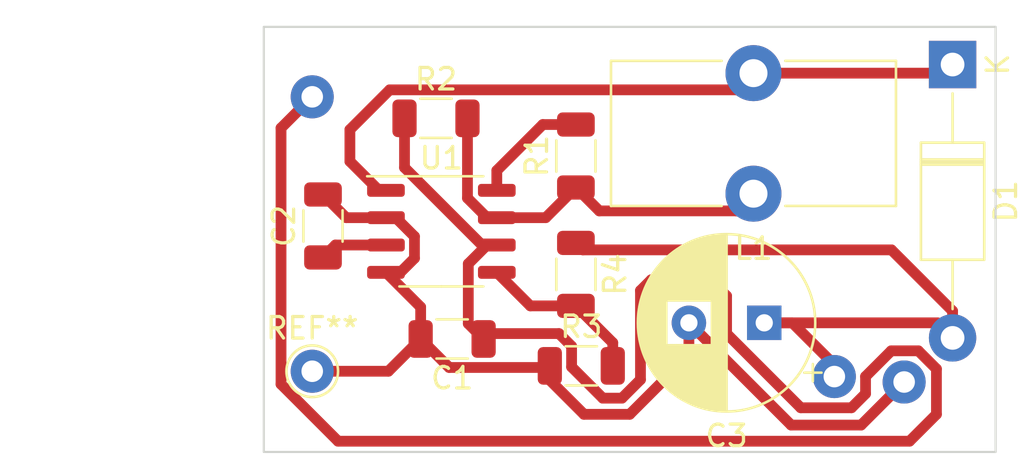
<source format=kicad_pcb>
(kicad_pcb (version 20211014) (generator pcbnew)
  (layers (0 "F.Cu" signal) (31 "B.Cu" signal) (34 "B.Paste" user) (35 "F.Paste" user) (36 "B.SilkS" user "B.Silkscreen") (37 "F.SilkS" user "F.Silkscreen") (38 "B.Mask" user) (39 "F.Mask" user) (44 "Edge.Cuts" user))
  (net 0 "")
  (net 1 "VCC")
  (net 2 "GND")
  (net 3 "Net-(C2-Pad1)")
  (net 4 "Vreg")
  (net 5 "Net-(D1-Pad1)")
  (net 6 "Net-(L1-Pad1)")
  (net 7 "Net-(R1-Pad2)")
  (net 8 "Net-(R3-Pad2)")
  (footprint "" (layer "F.Cu") (at 132 102.75)
    (fp_text reference "" (at 0 0) (layer "F.SilkS") (effects (font (size 1.27 1.27))))
    (fp_text value "" (at 0 0) (layer "F.SilkS") (effects (font (size 1.27 1.27))))
    (pad "1" thru_hole circle (at 0 0) (size 2 2) (drill 1) (layers *.Cu *.Mask) (net 1 "VCC"))
  )
  (footprint "Diode_THT:D_DO-41_SOD81_P12.70mm_Horizontal" (layer "F.Cu") (at 161.75 101.25 -90)
    (fp_text reference "D1" (at 6.35 -2.47 90) (layer "F.SilkS"))
    (fp_text value "1N4001")
    (fp_text user "K" (at 0 -2.1 90) (layer "F.SilkS"))
    (fp_line (start 3.63 1.47) (end 9.07 1.47) (layer "F.SilkS") (width 0.12))
    (fp_line (start 4.65 -1.47) (end 4.65 1.47) (layer "F.SilkS") (width 0.12))
    (fp_line (start 9.07 1.47) (end 9.07 -1.47) (layer "F.SilkS") (width 0.12))
    (fp_line (start 11.36 0) (end 9.07 0) (layer "F.SilkS") (width 0.12))
    (fp_line (start 4.53 -1.47) (end 4.53 1.47) (layer "F.SilkS") (width 0.12))
    (fp_line (start 4.41 -1.47) (end 4.41 1.47) (layer "F.SilkS") (width 0.12))
    (fp_line (start 1.34 0) (end 3.63 0) (layer "F.SilkS") (width 0.12))
    (fp_line (start 9.07 -1.47) (end 3.63 -1.47) (layer "F.SilkS") (width 0.12))
    (fp_line (start 3.63 -1.47) (end 3.63 1.47) (layer "F.SilkS") (width 0.12))
    (pad "1" thru_hole rect (at 0 0 270) (size 2.2 2.2) (drill 1.1) (layers *.Cu *.Mask) (net 5 "Net-(D1-Pad1)"))
    (pad "2" thru_hole oval (at 12.7 0 270) (size 2.2 2.2) (drill 1.1) (layers *.Cu *.Mask) (net 4 "Vreg"))
  )
  (footprint "Capacitor_THT:CP_Radial_D8.0mm_P3.50mm" (layer "F.Cu") (at 153 113.25 180)
    (fp_text reference "C3" (at 1.75 -5.25) (layer "F.SilkS"))
    (fp_text value "100uF")
    (fp_line (start 3.711 1.04) (end 3.711 3.584) (layer "F.SilkS") (width 0.12))
    (fp_line (start 5.791 -0.768) (end 5.791 0.768) (layer "F.SilkS") (width 0.12))
    (fp_line (start 3.751 1.04) (end 3.751 3.562) (layer "F.SilkS") (width 0.12))
    (fp_line (start -2.259698 -2.715) (end -2.259698 -1.915) (layer "F.SilkS") (width 0.12))
    (fp_line (start 2.511 1.04) (end 2.511 4.01) (layer "F.SilkS") (width 0.12))
    (fp_line (start 3.831 1.04) (end 3.831 3.517) (layer "F.SilkS") (width 0.12))
    (fp_line (start 3.311 -3.774) (end 3.311 -1.04) (layer "F.SilkS") (width 0.12))
    (fp_line (start 5.111 -2.345) (end 5.111 2.345) (layer "F.SilkS") (width 0.12))
    (fp_line (start 2.23 -4.052) (end 2.23 4.052) (layer "F.SilkS") (width 0.12))
    (fp_line (start 3.711 -3.584) (end 3.711 -1.04) (layer "F.SilkS") (width 0.12))
    (fp_line (start 1.87 -4.079) (end 1.87 4.079) (layer "F.SilkS") (width 0.12))
    (fp_line (start 4.391 1.04) (end 4.391 3.124) (layer "F.SilkS") (width 0.12))
    (fp_line (start 4.111 -3.338) (end 4.111 -1.04) (layer "F.SilkS") (width 0.12))
    (fp_line (start 2.831 -3.936) (end 2.831 -1.04) (layer "F.SilkS") (width 0.12))
    (fp_line (start 3.271 1.04) (end 3.271 3.79) (layer "F.SilkS") (width 0.12))
    (fp_line (start 3.191 -3.821) (end 3.191 -1.04) (layer "F.SilkS") (width 0.12))
    (fp_line (start 4.471 -3.055) (end 4.471 -1.04) (layer "F.SilkS") (width 0.12))
    (fp_line (start 2.03 -4.071) (end 2.03 4.071) (layer "F.SilkS") (width 0.12))
    (fp_line (start 3.271 -3.79) (end 3.271 -1.04) (layer "F.SilkS") (width 0.12))
    (fp_line (start 2.39 -4.03) (end 2.39 4.03) (layer "F.SilkS") (width 0.12))
    (fp_line (start 5.191 -2.228) (end 5.191 2.228) (layer "F.SilkS") (width 0.12))
    (fp_line (start 5.631 -1.346) (end 5.631 1.346) (layer "F.SilkS") (width 0.12))
    (fp_line (start 4.591 -2.945) (end 4.591 2.945) (layer "F.SilkS") (width 0.12))
    (fp_line (start 2.991 1.04) (end 2.991 3.889) (layer "F.SilkS") (width 0.12))
    (fp_line (start 2.19 -4.057) (end 2.19 4.057) (layer "F.SilkS") (width 0.12))
    (fp_line (start 2.751 -3.957) (end 2.751 -1.04) (layer "F.SilkS") (width 0.12))
    (fp_line (start 1.83 -4.08) (end 1.83 4.08) (layer "F.SilkS") (width 0.12))
    (fp_line (start 2.471 -4.017) (end 2.471 -1.04) (layer "F.SilkS") (width 0.12))
    (fp_line (start 4.951 -2.556) (end 4.951 2.556) (layer "F.SilkS") (width 0.12))
    (fp_line (start 2.551 1.04) (end 2.551 4.002) (layer "F.SilkS") (width 0.12))
    (fp_line (start 2.951 -3.902) (end 2.951 -1.04) (layer "F.SilkS") (width 0.12))
    (fp_line (start 3.871 1.04) (end 3.871 3.493) (layer "F.SilkS") (width 0.12))
    (fp_line (start 3.631 1.04) (end 3.631 3.627) (layer "F.SilkS") (width 0.12))
    (fp_line (start 3.191 1.04) (end 3.191 3.821) (layer "F.SilkS") (width 0.12))
    (fp_line (start 5.591 -1.453) (end 5.591 1.453) (layer "F.SilkS") (width 0.12))
    (fp_line (start 3.391 1.04) (end 3.391 3.74) (layer "F.SilkS") (width 0.12))
    (fp_line (start 3.791 1.04) (end 3.791 3.54) (layer "F.SilkS") (width 0.12))
    (fp_line (start 5.231 -2.166) (end 5.231 2.166) (layer "F.SilkS") (width 0.12))
    (fp_line (start 3.311 1.04) (end 3.311 3.774) (layer "F.SilkS") (width 0.12))
    (fp_line (start 3.151 1.04) (end 3.151 3.835) (layer "F.SilkS") (width 0.12))
    (fp_line (start 3.831 -3.517) (end 3.831 -1.04) (layer "F.SilkS") (width 0.12))
    (fp_line (start 3.671 1.04) (end 3.671 3.606) (layer "F.SilkS") (width 0.12))
    (fp_line (start 3.551 1.04) (end 3.551 3.666) (layer "F.SilkS") (width 0.12))
    (fp_line (start 3.391 -3.74) (end 3.391 -1.04) (layer "F.SilkS") (width 0.12))
    (fp_line (start 4.911 -2.604) (end 4.911 2.604) (layer "F.SilkS") (width 0.12))
    (fp_line (start 4.511 1.04) (end 4.511 3.019) (layer "F.SilkS") (width 0.12))
    (fp_line (start 4.151 -3.309) (end 4.151 -1.04) (layer "F.SilkS") (width 0.12))
    (fp_line (start 2.711 1.04) (end 2.711 3.967) (layer "F.SilkS") (width 0.12))
    (fp_line (start 4.751 -2.784) (end 4.751 2.784) (layer "F.SilkS") (width 0.12))
    (fp_line (start 4.871 -2.651) (end 4.871 2.651) (layer "F.SilkS") (width 0.12))
    (fp_line (start 3.031 1.04) (end 3.031 3.877) (layer "F.SilkS") (width 0.12))
    (fp_line (start 2.871 1.04) (end 2.871 3.925) (layer "F.SilkS") (width 0.12))
    (fp_line (start 4.671 -2.867) (end 4.671 2.867) (layer "F.SilkS") (width 0.12))
    (fp_line (start 5.071 -2.4) (end 5.071 2.4) (layer "F.SilkS") (width 0.12))
    (fp_line (start 2.791 1.04) (end 2.791 3.947) (layer "F.SilkS") (width 0.12))
    (fp_line (start 3.751 -3.562) (end 3.751 -1.04) (layer "F.SilkS") (width 0.12))
    (fp_line (start 3.071 -3.863) (end 3.071 -1.04) (layer "F.SilkS") (width 0.12))
    (fp_line (start 5.271 -2.102) (end 5.271 2.102) (layer "F.SilkS") (width 0.12))
    (fp_line (start 4.831 -2.697) (end 4.831 2.697) (layer "F.SilkS") (width 0.12))
    (fp_line (start 1.95 -4.076) (end 1.95 4.076) (layer "F.SilkS") (width 0.12))
    (fp_line (start 4.471 1.04) (end 4.471 3.055) (layer "F.SilkS") (width 0.12))
    (fp_line (start 2.711 -3.967) (end 2.711 -1.04) (layer "F.SilkS") (width 0.12))
    (fp_line (start 5.831 -0.533) (end 5.831 0.533) (layer "F.SilkS") (width 0.12))
    (fp_line (start 2.631 -3.985) (end 2.631 -1.04) (layer "F.SilkS") (width 0.12))
    (fp_line (start 2.471 1.04) (end 2.471 4.017) (layer "F.SilkS") (width 0.12))
    (fp_line (start 2.31 -4.042) (end 2.31 4.042) (layer "F.SilkS") (width 0.12))
    (fp_line (start 2.07 -4.068) (end 2.07 4.068) (layer "F.SilkS") (width 0.12))
    (fp_line (start 5.391 -1.89) (end 5.391 1.89) (layer "F.SilkS") (width 0.12))
    (fp_line (start 2.511 -4.01) (end 2.511 -1.04) (layer "F.SilkS") (width 0.12))
    (fp_line (start 4.191 -3.28) (end 4.191 -1.04) (layer "F.SilkS") (width 0.12))
    (fp_line (start 1.75 -4.08) (end 1.75 4.08) (layer "F.SilkS") (width 0.12))
    (fp_line (start 4.511 -3.019) (end 4.511 -1.04) (layer "F.SilkS") (width 0.12))
    (fp_line (start 5.471 -1.731) (end 5.471 1.731) (layer "F.SilkS") (width 0.12))
    (fp_line (start 5.511 -1.645) (end 5.511 1.645) (layer "F.SilkS") (width 0.12))
    (fp_line (start 2.591 -3.994) (end 2.591 -1.04) (layer "F.SilkS") (width 0.12))
    (fp_line (start 5.671 -1.229) (end 5.671 1.229) (layer "F.SilkS") (width 0.12))
    (fp_line (start 4.231 1.04) (end 4.231 3.25) (layer "F.SilkS") (width 0.12))
    (fp_line (start 4.031 -3.392) (end 4.031 -1.04) (layer "F.SilkS") (width 0.12))
    (fp_line (start 3.911 -3.469) (end 3.911 -1.04) (layer "F.SilkS") (width 0.12))
    (fp_line (start 4.431 -3.09) (end 4.431 -1.04) (layer "F.SilkS") (width 0.12))
    (fp_line (start 2.27 -4.048) (end 2.27 4.048) (layer "F.SilkS") (width 0.12))
    (fp_line (start 3.231 -3.805) (end 3.231 -1.04) (layer "F.SilkS") (width 0.12))
    (fp_line (start 2.871 -3.925) (end 2.871 -1.04) (layer "F.SilkS") (width 0.12))
    (fp_line (start 4.311 1.04) (end 4.311 3.189) (layer "F.SilkS") (width 0.12))
    (fp_line (start 2.991 -3.889) (end 2.991 -1.04) (layer "F.SilkS") (width 0.12))
    (fp_line (start 2.35 -4.037) (end 2.35 4.037) (layer "F.SilkS") (width 0.12))
    (fp_line (start 2.43 -4.024) (end 2.43 4.024) (layer "F.SilkS") (width 0.12))
    (fp_line (start 3.511 -3.686) (end 3.511 -1.04) (layer "F.SilkS") (width 0.12))
    (fp_line (start 4.111 1.04) (end 4.111 3.338) (layer "F.SilkS") (width 0.12))
    (fp_line (start 2.631 1.04) (end 2.631 3.985) (layer "F.SilkS") (width 0.12))
    (fp_line (start 4.351 1.04) (end 4.351 3.156) (layer "F.SilkS") (width 0.12))
    (fp_line (start 2.671 1.04) (end 2.671 3.976) (layer "F.SilkS") (width 0.12))
    (fp_line (start 3.871 -3.493) (end 3.871 -1.04) (layer "F.SilkS") (width 0.12))
    (fp_line (start 5.311 -2.034) (end 5.311 2.034) (layer "F.SilkS") (width 0.12))
    (fp_line (start 3.111 -3.85) (end 3.111 -1.04) (layer "F.SilkS") (width 0.12))
    (fp_line (start 4.551 -2.983) (end 4.551 2.983) (layer "F.SilkS") (width 0.12))
    (fp_line (start 4.231 -3.25) (end 4.231 -1.04) (layer "F.SilkS") (width 0.12))
    (fp_line (start 3.991 -3.418) (end 3.991 -1.04) (layer "F.SilkS") (width 0.12))
    (fp_line (start 4.431 1.04) (end 4.431 3.09) (layer "F.SilkS") (width 0.12))
    (fp_line (start 3.151 -3.835) (end 3.151 -1.04) (layer "F.SilkS") (width 0.12))
    (fp_line (start 2.551 -4.002) (end 2.551 -1.04) (layer "F.SilkS") (width 0.12))
    (fp_line (start 4.631 -2.907) (end 4.631 2.907) (layer "F.SilkS") (width 0.12))
    (fp_line (start -2.659698 -2.315) (end -1.859698 -2.315) (layer "F.SilkS") (width 0.12))
    (fp_line (start 3.551 -3.666) (end 3.551 -1.04) (layer "F.SilkS") (width 0.12))
    (fp_line (start 4.991 -2.505) (end 4.991 2.505) (layer "F.SilkS") (width 0.12))
    (fp_line (start 1.79 -4.08) (end 1.79 4.08) (layer "F.SilkS") (width 0.12))
    (fp_line (start 3.791 -3.54) (end 3.791 -1.04) (layer "F.SilkS") (width 0.12))
    (fp_line (start 5.431 -1.813) (end 5.431 1.813) (layer "F.SilkS") (width 0.12))
    (fp_line (start 2.791 -3.947) (end 2.791 -1.04) (layer "F.SilkS") (width 0.12))
    (fp_line (start 4.271 1.04) (end 4.271 3.22) (layer "F.SilkS") (width 0.12))
    (fp_line (start 5.031 -2.454) (end 5.031 2.454) (layer "F.SilkS") (width 0.12))
    (fp_line (start 3.631 -3.627) (end 3.631 -1.04) (layer "F.SilkS") (width 0.12))
    (fp_line (start 4.391 -3.124) (end 4.391 -1.04) (layer "F.SilkS") (width 0.12))
    (fp_line (start 4.351 -3.156) (end 4.351 -1.04) (layer "F.SilkS") (width 0.12))
    (fp_line (start 5.751 -0.948) (end 5.751 0.948) (layer "F.SilkS") (width 0.12))
    (fp_line (start 3.591 -3.647) (end 3.591 -1.04) (layer "F.SilkS") (width 0.12))
    (fp_line (start 4.071 1.04) (end 4.071 3.365) (layer "F.SilkS") (width 0.12))
    (fp_line (start 4.311 -3.189) (end 4.311 -1.04) (layer "F.SilkS") (width 0.12))
    (fp_line (start 2.951 1.04) (end 2.951 3.902) (layer "F.SilkS") (width 0.12))
    (fp_line (start 5.711 -1.098) (end 5.711 1.098) (layer "F.SilkS") (width 0.12))
    (fp_line (start 2.911 1.04) (end 2.911 3.914) (layer "F.SilkS") (width 0.12))
    (fp_line (start 3.991 1.04) (end 3.991 3.418) (layer "F.SilkS") (width 0.12))
    (fp_line (start 5.151 -2.287) (end 5.151 2.287) (layer "F.SilkS") (width 0.12))
    (fp_line (start 5.551 -1.552) (end 5.551 1.552) (layer "F.SilkS") (width 0.12))
    (fp_line (start 4.271 -3.22) (end 4.271 -1.04) (layer "F.SilkS") (width 0.12))
    (fp_line (start 4.031 1.04) (end 4.031 3.392) (layer "F.SilkS") (width 0.12))
    (fp_line (start 4.151 1.04) (end 4.151 3.309) (layer "F.SilkS") (width 0.12))
    (fp_line (start 3.671 -3.606) (end 3.671 -1.04) (layer "F.SilkS") (width 0.12))
    (fp_line (start 4.791 -2.741) (end 4.791 2.741) (layer "F.SilkS") (width 0.12))
    (fp_line (start 2.671 -3.976) (end 2.671 -1.04) (layer "F.SilkS") (width 0.12))
    (fp_line (start 3.911 1.04) (end 3.911 3.469) (layer "F.SilkS") (width 0.12))
    (fp_line (start 3.951 1.04) (end 3.951 3.444) (layer "F.SilkS") (width 0.12))
    (fp_line (start 3.951 -3.444) (end 3.951 -1.04) (layer "F.SilkS") (width 0.12))
    (fp_line (start 2.911 -3.914) (end 2.911 -1.04) (layer "F.SilkS") (width 0.12))
    (fp_line (start 2.591 1.04) (end 2.591 3.994) (layer "F.SilkS") (width 0.12))
    (fp_line (start 1.99 -4.074) (end 1.99 4.074) (layer "F.SilkS") (width 0.12))
    (fp_line (start 3.351 1.04) (end 3.351 3.757) (layer "F.SilkS") (width 0.12))
    (fp_line (start 3.511 1.04) (end 3.511 3.686) (layer "F.SilkS") (width 0.12))
    (fp_line (start 3.111 1.04) (end 3.111 3.85) (layer "F.SilkS") (width 0.12))
    (fp_line (start 3.471 1.04) (end 3.471 3.704) (layer "F.SilkS") (width 0.12))
    (fp_line (start 1.91 -4.077) (end 1.91 4.077) (layer "F.SilkS") (width 0.12))
    (fp_line (start 3.591 1.04) (end 3.591 3.647) (layer "F.SilkS") (width 0.12))
    (fp_line (start 4.071 -3.365) (end 4.071 -1.04) (layer "F.SilkS") (width 0.12))
    (fp_line (start 3.071 1.04) (end 3.071 3.863) (layer "F.SilkS") (width 0.12))
    (fp_line (start 4.711 -2.826) (end 4.711 2.826) (layer "F.SilkS") (width 0.12))
    (fp_line (start 3.431 -3.722) (end 3.431 -1.04) (layer "F.SilkS") (width 0.12))
    (fp_line (start 3.431 1.04) (end 3.431 3.722) (layer "F.SilkS") (width 0.12))
    (fp_line (start 3.231 1.04) (end 3.231 3.805) (layer "F.SilkS") (width 0.12))
    (fp_line (start 2.15 -4.061) (end 2.15 4.061) (layer "F.SilkS") (width 0.12))
    (fp_line (start 2.11 -4.065) (end 2.11 4.065) (layer "F.SilkS") (width 0.12))
    (fp_line (start 3.031 -3.877) (end 3.031 -1.04) (layer "F.SilkS") (width 0.12))
    (fp_line (start 2.831 1.04) (end 2.831 3.936) (layer "F.SilkS") (width 0.12))
    (fp_line (start 5.351 -1.964) (end 5.351 1.964) (layer "F.SilkS") (width 0.12))
    (fp_line (start 4.191 1.04) (end 4.191 3.28) (layer "F.SilkS") (width 0.12))
    (fp_line (start 3.471 -3.704) (end 3.471 -1.04) (layer "F.SilkS") (width 0.12))
    (fp_line (start 3.351 -3.757) (end 3.351 -1.04) (layer "F.SilkS") (width 0.12))
    (fp_line (start 2.751 1.04) (end 2.751 3.957) (layer "F.SilkS") (width 0.12))
    (fp_circle (center 1.75 0) (end 5.87 0) (layer "F.SilkS") (width 0.12) (fill none))
    (pad "1" thru_hole rect (at 0 0 180) (size 1.6 1.6) (drill 0.8) (layers *.Cu *.Mask) (net 4 "Vreg"))
    (pad "2" thru_hole circle (at 3.5 0 180) (size 1.6 1.6) (drill 0.8) (layers *.Cu *.Mask) (net 2 "GND"))
  )
  (footprint "Resistor_SMD:R_1206_3216Metric" (layer "F.Cu") (at 144.25 111 -90)
    (fp_text reference "R4" (at 0 -1.82 90) (layer "F.SilkS"))
    (fp_text value "47k")
    (fp_line (start -0.727064 0.91) (end 0.727064 0.91) (layer "F.SilkS") (width 0.12))
    (fp_line (start -0.727064 -0.91) (end 0.727064 -0.91) (layer "F.SilkS") (width 0.12))
    (pad "1" smd roundrect (at -1.4625 0 270) (size 1.125 1.75) (layers "F.Cu" "F.Paste" "F.Mask") (roundrect_rratio 0.2222222222) (net 4 "Vreg"))
    (pad "2" smd roundrect (at 1.4625 0 270) (size 1.125 1.75) (layers "F.Cu" "F.Paste" "F.Mask") (roundrect_rratio 0.2222222222) (net 8 "Net-(R3-Pad2)"))
  )
  (footprint "" (layer "F.Cu") (at 156.257027 115.746875)
    (fp_text reference "" (at 0 0) (layer "F.SilkS") (effects (font (size 1.27 1.27))))
    (fp_text value "" (at 0 0) (layer "F.SilkS") (effects (font (size 1.27 1.27))))
    (pad "1" thru_hole circle (at 0 0) (size 2 2) (drill 1) (layers *.Cu *.Mask) (net 4 "Vreg"))
  )
  (footprint "Resistor_SMD:R_1206_3216Metric" (layer "F.Cu") (at 144.5 115.25)
    (fp_text reference "R3" (at 0 -1.82) (layer "F.SilkS"))
    (fp_text value "2.2k")
    (fp_line (start -0.727064 0.91) (end 0.727064 0.91) (layer "F.SilkS") (width 0.12))
    (fp_line (start -0.727064 -0.91) (end 0.727064 -0.91) (layer "F.SilkS") (width 0.12))
    (pad "1" smd roundrect (at -1.4625 0) (size 1.125 1.75) (layers "F.Cu" "F.Paste" "F.Mask") (roundrect_rratio 0.2222222222) (net 2 "GND"))
    (pad "2" smd roundrect (at 1.4625 0) (size 1.125 1.75) (layers "F.Cu" "F.Paste" "F.Mask") (roundrect_rratio 0.2222222222) (net 8 "Net-(R3-Pad2)"))
  )
  (footprint "Resistor_SMD:R_1206_3216Metric" (layer "F.Cu") (at 132.5 108.75 90)
    (fp_text reference "C2" (at 0 -1.82 90) (layer "F.SilkS"))
    (fp_text value "1.5nF")
    (fp_line (start -0.727064 -0.91) (end 0.727064 -0.91) (layer "F.SilkS") (width 0.12))
    (fp_line (start -0.727064 0.91) (end 0.727064 0.91) (layer "F.SilkS") (width 0.12))
    (pad "1" smd roundrect (at -1.4625 0 90) (size 1.125 1.75) (layers "F.Cu" "F.Paste" "F.Mask") (roundrect_rratio 0.2222222222) (net 3 "Net-(C2-Pad1)"))
    (pad "2" smd roundrect (at 1.4625 0 90) (size 1.125 1.75) (layers "F.Cu" "F.Paste" "F.Mask") (roundrect_rratio 0.2222222222) (net 2 "GND"))
  )
  (footprint "Resistor_SMD:R_1206_3216Metric" (layer "F.Cu") (at 137.75 103.75)
    (fp_text reference "R2" (at 0 -1.82) (layer "F.SilkS"))
    (fp_text value "0.22")
    (fp_line (start -0.727064 0.91) (end 0.727064 0.91) (layer "F.SilkS") (width 0.12))
    (fp_line (start -0.727064 -0.91) (end 0.727064 -0.91) (layer "F.SilkS") (width 0.12))
    (pad "1" smd roundrect (at -1.4625 0) (size 1.125 1.75) (layers "F.Cu" "F.Paste" "F.Mask") (roundrect_rratio 0.2222222222) (net 1 "VCC"))
    (pad "2" smd roundrect (at 1.4625 0) (size 1.125 1.75) (layers "F.Cu" "F.Paste" "F.Mask") (roundrect_rratio 0.2222222222) (net 6 "Net-(L1-Pad1)"))
  )
  (footprint "Package_SO:SO-8_3.9x4.9mm_P1.27mm" (layer "F.Cu") (at 138 109)
    (fp_text reference "U1" (at 0 -3.4) (layer "F.SilkS"))
    (fp_text value "MC34063A")
    (fp_line (start 0 -2.56) (end 1.95 -2.56) (layer "F.SilkS") (width 0.12))
    (fp_line (start 0 2.56) (end 1.95 2.56) (layer "F.SilkS") (width 0.12))
    (fp_line (start 0 -2.56) (end -3.45 -2.56) (layer "F.SilkS") (width 0.12))
    (fp_line (start 0 2.56) (end -1.95 2.56) (layer "F.SilkS") (width 0.12))
    (pad "1" smd roundrect (at -2.575 -1.905) (size 1.75 0.6) (layers "F.Cu" "F.Paste" "F.Mask") (net 5 "Net-(D1-Pad1)"))
    (pad "2" smd roundrect (at -2.575 -0.635) (size 1.75 0.6) (layers "F.Cu" "F.Paste" "F.Mask") (net 2 "GND"))
    (pad "3" smd roundrect (at -2.575 0.635) (size 1.75 0.6) (layers "F.Cu" "F.Paste" "F.Mask") (net 3 "Net-(C2-Pad1)"))
    (pad "4" smd roundrect (at -2.575 1.905) (size 1.75 0.6) (layers "F.Cu" "F.Paste" "F.Mask") (net 2 "GND"))
    (pad "5" smd roundrect (at 2.575 1.905) (size 1.75 0.6) (layers "F.Cu" "F.Paste" "F.Mask") (net 8 "Net-(R3-Pad2)"))
    (pad "6" smd roundrect (at 2.575 0.635) (size 1.75 0.6) (layers "F.Cu" "F.Paste" "F.Mask") (net 1 "VCC"))
    (pad "7" smd roundrect (at 2.575 -0.635) (size 1.75 0.6) (layers "F.Cu" "F.Paste" "F.Mask") (net 6 "Net-(L1-Pad1)"))
    (pad "8" smd roundrect (at 2.575 -1.905) (size 1.75 0.6) (layers "F.Cu" "F.Paste" "F.Mask") (net 7 "Net-(R1-Pad2)"))
  )
  (footprint "Resistor_SMD:R_1206_3216Metric" (layer "F.Cu") (at 144.25 105.5 90)
    (fp_text reference "R1" (at 0 -1.82 90) (layer "F.SilkS"))
    (fp_text value "180")
    (fp_line (start -0.727064 0.91) (end 0.727064 0.91) (layer "F.SilkS") (width 0.12))
    (fp_line (start -0.727064 -0.91) (end 0.727064 -0.91) (layer "F.SilkS") (width 0.12))
    (pad "1" smd roundrect (at -1.4625 0 90) (size 1.125 1.75) (layers "F.Cu" "F.Paste" "F.Mask") (roundrect_rratio 0.2222222222) (net 6 "Net-(L1-Pad1)"))
    (pad "2" smd roundrect (at 1.4625 0 90) (size 1.125 1.75) (layers "F.Cu" "F.Paste" "F.Mask") (roundrect_rratio 0.2222222222) (net 7 "Net-(R1-Pad2)"))
  )
  (footprint "TestPoint:TestPoint_THTPad_D2.0mm_Drill1.0mm" (layer "F.Cu") (at 132 115.5)
    (fp_text reference "REF**" (at 0 -1.998) (layer "F.SilkS"))
    (fp_text value "TestPoint_THTPad_D2.0mm_Drill1.0mm")
    (fp_circle (center 0 0) (end 0 1.2) (layer "F.SilkS") (width 0.12) (fill none))
    (pad "1" thru_hole circle (at 0 0) (size 2 2) (drill 1) (layers *.Cu *.Mask) (net 2 "GND"))
  )
  (footprint "Inductor_THT:L_Toroid_Vertical_L13.0mm_W6.5mm_P5.60mm" (layer "F.Cu") (at 152.5 107.25 180)
    (fp_text reference "L1" (at 0 -2.55) (layer "F.SilkS"))
    (fp_text value "170uH")
    (fp_line (start -6.62 -0.57) (end -6.62 6.17) (layer "F.SilkS") (width 0.12))
    (fp_line (start 1.478 -0.57) (end 6.62 -0.57) (layer "F.SilkS") (width 0.12))
    (fp_line (start 1.478 6.17) (end 6.62 6.17) (layer "F.SilkS") (width 0.12))
    (fp_line (start -6.62 6.17) (end -1.478 6.17) (layer "F.SilkS") (width 0.12))
    (fp_line (start -6.62 -0.57) (end -1.478 -0.57) (layer "F.SilkS") (width 0.12))
    (fp_line (start 6.62 -0.57) (end 6.62 6.17) (layer "F.SilkS") (width 0.12))
    (pad "1" thru_hole circle (at 0 0 180) (size 2.6 2.6) (drill 1.3) (layers *.Cu *.Mask) (net 6 "Net-(L1-Pad1)"))
    (pad "2" thru_hole circle (at 0 5.6 180) (size 2.6 2.6) (drill 1.3) (layers *.Cu *.Mask) (net 5 "Net-(D1-Pad1)"))
  )
  (footprint "" (layer "F.Cu") (at 159.5 116)
    (fp_text reference "" (at 0 0) (layer "F.SilkS") (effects (font (size 1.27 1.27))))
    (fp_text value "" (at 0 0) (layer "F.SilkS") (effects (font (size 1.27 1.27))))
    (pad "1" thru_hole circle (at 0 0) (size 2 2) (drill 1) (layers *.Cu *.Mask) (net 2 "GND"))
  )
  (footprint "Resistor_SMD:R_1206_3216Metric" (layer "F.Cu") (at 138.5 114 180)
    (fp_text reference "C1" (at 0 -1.82) (layer "F.SilkS"))
    (fp_text value "100nF")
    (fp_line (start -0.727064 -0.91) (end 0.727064 -0.91) (layer "F.SilkS") (width 0.12))
    (fp_line (start -0.727064 0.91) (end 0.727064 0.91) (layer "F.SilkS") (width 0.12))
    (pad "1" smd roundrect (at -1.4625 0 180) (size 1.125 1.75) (layers "F.Cu" "F.Paste" "F.Mask") (roundrect_rratio 0.2222222222) (net 1 "VCC"))
    (pad "2" smd roundrect (at 1.4625 0 180) (size 1.125 1.75) (layers "F.Cu" "F.Paste" "F.Mask") (roundrect_rratio 0.2222222222) (net 2 "GND"))
  )
  (gr_rect (start 129.75 99.5) (end 163.75 119.25) (layer "Edge.Cuts") (width 0.1) (fill none))
  (segment (start 136.2875 106.0375) (end 139.885 109.635) (width 0.5) (layer "F.Cu") (net 1))
  (segment (start 139.9625 114) (end 139.25048 113.28798) (width 0.5) (layer "F.Cu") (net 1))
  (segment (start 144.04952 114.33525) (end 143.46427 113.75) (width 0.5) (layer "F.Cu") (net 1))
  (segment (start 157.706538 115.743543) (end 157.706538 116.543462) (width 0.5) (layer "F.Cu") (net 1))
  (segment (start 144.04952 115.29952) (end 144.04952 114.33525) (width 0.5) (layer "F.Cu") (net 1))
  (segment (start 157.053614 117.196386) (end 154.696875 117.196386) (width 0.5) (layer "F.Cu") (net 1))
  (segment (start 159.75 118.75) (end 161 117.5) (width 0.5) (layer "F.Cu") (net 1))
  (segment (start 161 117.5) (end 161 115.391341) (width 0.5) (layer "F.Cu") (net 1))
  (segment (start 145.5 116.75) (end 144.04952 115.29952) (width 0.5) (layer "F.Cu") (net 1))
  (segment (start 139.885 109.635) (end 140.575 109.635) (width 0.5) (layer "F.Cu") (net 1))
  (segment (start 157.706538 116.543462) (end 157.053614 117.196386) (width 0.5) (layer "F.Cu") (net 1))
  (segment (start 130.550489 104.199511) (end 130.550489 116.100408) (width 0.5) (layer "F.Cu") (net 1))
  (segment (start 151.25 113.749511) (end 151.25 112) (width 0.5) (layer "F.Cu") (net 1))
  (segment (start 139.25048 110.506671) (end 140.122151 109.635) (width 0.5) (layer "F.Cu") (net 1))
  (segment (start 130.550489 116.100408) (end 133.200081 118.75) (width 0.5) (layer "F.Cu") (net 1))
  (segment (start 161 115.391341) (end 160.159148 114.550489) (width 0.5) (layer "F.Cu") (net 1))
  (segment (start 143.46427 113.75) (end 140.2125 113.75) (width 0.5) (layer "F.Cu") (net 1))
  (segment (start 160.159148 114.550489) (end 158.899592 114.550489) (width 0.5) (layer "F.Cu") (net 1))
  (segment (start 154.696875 117.196386) (end 151.25 113.749511) (width 0.5) (layer "F.Cu") (net 1))
  (segment (start 133.200081 118.75) (end 159.75 118.75) (width 0.5) (layer "F.Cu") (net 1))
  (segment (start 147.75 111.25) (end 147.25 111.75) (width 0.5) (layer "F.Cu") (net 1))
  (segment (start 139.25048 113.28798) (end 139.25048 110.506671) (width 0.5) (layer "F.Cu") (net 1))
  (segment (start 136.2875 103.75) (end 136.2875 106.0375) (width 0.5) (layer "F.Cu") (net 1))
  (segment (start 146.38927 116.75) (end 145.5 116.75) (width 0.5) (layer "F.Cu") (net 1))
  (segment (start 140.2125 113.75) (end 139.9625 114) (width 0.5) (layer "F.Cu") (net 1))
  (segment (start 147.25 111.75) (end 147.25 115.88927) (width 0.5) (layer "F.Cu") (net 1))
  (segment (start 147.25 115.88927) (end 146.38927 116.75) (width 0.5) (layer "F.Cu") (net 1))
  (segment (start 150.5 111.25) (end 147.75 111.25) (width 0.5) (layer "F.Cu") (net 1))
  (segment (start 151.25 112) (end 150.5 111.25) (width 0.5) (layer "F.Cu") (net 1))
  (segment (start 140.122151 109.635) (end 140.575 109.635) (width 0.5) (layer "F.Cu") (net 1))
  (segment (start 132 102.75) (end 130.550489 104.199511) (width 0.5) (layer "F.Cu") (net 1))
  (segment (start 158.899592 114.550489) (end 157.706538 115.743543) (width 0.5) (layer "F.Cu") (net 1))
  (segment (start 137.0375 112.5175) (end 135.425 110.905) (width 0.5) (layer "F.Cu") (net 2))
  (segment (start 135.5375 115.5) (end 137.0375 114) (width 0.5) (layer "F.Cu") (net 2))
  (segment (start 157.5 118) (end 154.25 118) (width 0.5) (layer "F.Cu") (net 2))
  (segment (start 143.0375 115.9125) (end 143.0375 115.25) (width 0.5) (layer "F.Cu") (net 2))
  (segment (start 135.877849 108.365) (end 136.74952 109.236671) (width 0.5) (layer "F.Cu") (net 2))
  (segment (start 144.625 117.5) (end 143.0375 115.9125) (width 0.5) (layer "F.Cu") (net 2))
  (segment (start 136.74952 109.236671) (end 136.74952 110.25048) (width 0.5) (layer "F.Cu") (net 2))
  (segment (start 136.095 110.905) (end 135.425 110.905) (width 0.5) (layer "F.Cu") (net 2))
  (segment (start 146.75 117.5) (end 144.625 117.5) (width 0.5) (layer "F.Cu") (net 2))
  (segment (start 143.0375 115.25) (end 142.96298 115.32452) (width 0.5) (layer "F.Cu") (net 2))
  (segment (start 136.74952 110.25048) (end 136.095 110.905) (width 0.5) (layer "F.Cu") (net 2))
  (segment (start 159.5 116) (end 157.5 118) (width 0.5) (layer "F.Cu") (net 2))
  (segment (start 154.25 118) (end 149.5 113.25) (width 0.5) (layer "F.Cu") (net 2))
  (segment (start 132.5 107.2875) (end 133.5775 108.365) (width 0.5) (layer "F.Cu") (net 2))
  (segment (start 132 115.5) (end 135.5375 115.5) (width 0.5) (layer "F.Cu") (net 2))
  (segment (start 138.36202 115.32452) (end 137.0375 114) (width 0.5) (layer "F.Cu") (net 2))
  (segment (start 137.0375 114) (end 137.0375 112.5175) (width 0.5) (layer "F.Cu") (net 2))
  (segment (start 133.5775 108.365) (end 135.425 108.365) (width 0.5) (layer "F.Cu") (net 2))
  (segment (start 135.425 108.365) (end 135.877849 108.365) (width 0.5) (layer "F.Cu") (net 2))
  (segment (start 149.5 114.75) (end 146.75 117.5) (width 0.5) (layer "F.Cu") (net 2))
  (segment (start 149.5 113.25) (end 149.5 114.75) (width 0.5) (layer "F.Cu") (net 2))
  (segment (start 142.96298 115.32452) (end 138.36202 115.32452) (width 0.5) (layer "F.Cu") (net 2))
  (segment (start 133.0775 109.635) (end 135.425 109.635) (width 0.5) (layer "F.Cu") (net 3))
  (segment (start 132.5 110.2125) (end 133.0775 109.635) (width 0.5) (layer "F.Cu") (net 3))
  (segment (start 156.257027 115.201725) (end 154.305302 113.25) (width 0.5) (layer "F.Cu") (net 4))
  (segment (start 161.05 113.25) (end 161.75 113.95) (width 0.5) (layer "F.Cu") (net 4))
  (segment (start 161.75 112.7) (end 158.910554 109.860554) (width 0.5) (layer "F.Cu") (net 4))
  (segment (start 161.75 113.95) (end 161.75 112.7) (width 0.5) (layer "F.Cu") (net 4))
  (segment (start 153 113.25) (end 161.05 113.25) (width 0.5) (layer "F.Cu") (net 4))
  (segment (start 156.257027 115.746875) (end 156.257027 115.201725) (width 0.5) (layer "F.Cu") (net 4))
  (segment (start 144.573054 109.860554) (end 144.25 109.5375) (width 0.5) (layer "F.Cu") (net 4))
  (segment (start 154.305302 113.25) (end 153 113.25) (width 0.5) (layer "F.Cu") (net 4))
  (segment (start 158.910554 109.860554) (end 144.573054 109.860554) (width 0.5) (layer "F.Cu") (net 4))
  (segment (start 161.35 101.65) (end 161.75 101.25) (width 0.5) (layer "F.Cu") (net 5))
  (segment (start 133.75 104.27548) (end 133.75 105.75) (width 0.5) (layer "F.Cu") (net 5))
  (segment (start 135.095 107.095) (end 135.425 107.095) (width 0.5) (layer "F.Cu") (net 5))
  (segment (start 152.5 101.65) (end 151.72452 102.42548) (width 0.5) (layer "F.Cu") (net 5))
  (segment (start 151.72452 102.42548) (end 135.6 102.42548) (width 0.5) (layer "F.Cu") (net 5))
  (segment (start 133.75 105.75) (end 135.095 107.095) (width 0.5) (layer "F.Cu") (net 5))
  (segment (start 152.5 101.65) (end 161.35 101.65) (width 0.5) (layer "F.Cu") (net 5))
  (segment (start 135.6 102.42548) (end 133.75 104.27548) (width 0.5) (layer "F.Cu") (net 5))
  (segment (start 145.3375 108.05) (end 144.25 106.9625) (width 0.5) (layer "F.Cu") (net 6))
  (segment (start 152.5 107.25) (end 151.7 108.05) (width 0.5) (layer "F.Cu") (net 6))
  (segment (start 142.8475 108.365) (end 140.575 108.365) (width 0.5) (layer "F.Cu") (net 6))
  (segment (start 140.122151 108.365) (end 140.575 108.365) (width 0.5) (layer "F.Cu") (net 6))
  (segment (start 139.2125 103.75) (end 139.2125 107.455349) (width 0.5) (layer "F.Cu") (net 6))
  (segment (start 144.25 106.9625) (end 142.8475 108.365) (width 0.5) (layer "F.Cu") (net 6))
  (segment (start 151.7 108.05) (end 145.3375 108.05) (width 0.5) (layer "F.Cu") (net 6))
  (segment (start 139.2125 107.455349) (end 140.122151 108.365) (width 0.5) (layer "F.Cu") (net 6))
  (segment (start 140.575 106.175) (end 142.7125 104.0375) (width 0.5) (layer "F.Cu") (net 7))
  (segment (start 142.7125 104.0375) (end 144.25 104.0375) (width 0.5) (layer "F.Cu") (net 7))
  (segment (start 140.575 107.095) (end 140.575 106.175) (width 0.5) (layer "F.Cu") (net 7))
  (segment (start 145.9625 114.175) (end 144.25 112.4625) (width 0.5) (layer "F.Cu") (net 8))
  (segment (start 144.25 112.4625) (end 142.1325 112.4625) (width 0.5) (layer "F.Cu") (net 8))
  (segment (start 145.9625 115.25) (end 145.9625 114.175) (width 0.5) (layer "F.Cu") (net 8))
  (segment (start 142.1325 112.4625) (end 140.575 110.905) (width 0.5) (layer "F.Cu") (net 8))
)
</source>
